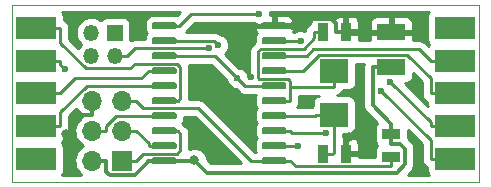
<source format=gtl>
G04 #@! TF.GenerationSoftware,KiCad,Pcbnew,(5.1.0-1348-g4ca769472)*
G04 #@! TF.CreationDate,2019-07-24T13:26:58+02:00*
G04 #@! TF.ProjectId,USB Joystick Adapter 'SINCHAI' (SMD Version),55534220-4a6f-4797-9374-69636b204164,1.0*
G04 #@! TF.SameCoordinates,Original*
G04 #@! TF.FileFunction,Copper,L1,Top*
G04 #@! TF.FilePolarity,Positive*
%FSLAX46Y46*%
G04 Gerber Fmt 4.6, Leading zero omitted, Abs format (unit mm)*
G04 Created by KiCad (PCBNEW (5.1.0-1348-g4ca769472)) date 2019-07-24 13:26:58*
%MOMM*%
%LPD*%
G04 APERTURE LIST*
%ADD10C,0.090000*%
%ADD11C,0.100000*%
%ADD12C,0.600000*%
%ADD13R,3.480000X1.846667*%
%ADD14R,0.970000X1.500000*%
%ADD15R,1.500000X0.970000*%
%ADD16R,2.400000X1.460000*%
%ADD17R,1.350000X1.350000*%
%ADD18O,1.350000X1.350000*%
%ADD19R,2.400000X2.000000*%
%ADD20R,1.700000X1.700000*%
%ADD21O,1.700000X1.700000*%
%ADD22C,0.800000*%
%ADD23C,0.250000*%
%ADD24C,0.350000*%
%ADD25C,0.254000*%
G04 APERTURE END LIST*
D10*
X152200000Y-109800000D02*
X112700000Y-109800000D01*
X152200000Y-94800000D02*
X152200000Y-109800000D01*
X112700000Y-94800000D02*
X152200000Y-94800000D01*
X112700000Y-94800000D02*
X112700000Y-109800000D01*
D11*
G36*
X126520403Y-107724418D02*
G01*
X126569066Y-107756934D01*
X126601582Y-107805597D01*
X126613000Y-107863000D01*
X126613000Y-108163000D01*
X126601582Y-108220403D01*
X126569066Y-108269066D01*
X126520403Y-108301582D01*
X126463000Y-108313000D01*
X124713000Y-108313000D01*
X124655597Y-108301582D01*
X124606934Y-108269066D01*
X124574418Y-108220403D01*
X124563000Y-108163000D01*
X124563000Y-107863000D01*
X124574418Y-107805597D01*
X124606934Y-107756934D01*
X124655597Y-107724418D01*
X124713000Y-107713000D01*
X126463000Y-107713000D01*
X126520403Y-107724418D01*
X126520403Y-107724418D01*
G37*
D12*
X125588000Y-108013000D03*
D11*
G36*
X126520403Y-106454418D02*
G01*
X126569066Y-106486934D01*
X126601582Y-106535597D01*
X126613000Y-106593000D01*
X126613000Y-106893000D01*
X126601582Y-106950403D01*
X126569066Y-106999066D01*
X126520403Y-107031582D01*
X126463000Y-107043000D01*
X124713000Y-107043000D01*
X124655597Y-107031582D01*
X124606934Y-106999066D01*
X124574418Y-106950403D01*
X124563000Y-106893000D01*
X124563000Y-106593000D01*
X124574418Y-106535597D01*
X124606934Y-106486934D01*
X124655597Y-106454418D01*
X124713000Y-106443000D01*
X126463000Y-106443000D01*
X126520403Y-106454418D01*
X126520403Y-106454418D01*
G37*
D12*
X125588000Y-106743000D03*
D11*
G36*
X126520403Y-105184418D02*
G01*
X126569066Y-105216934D01*
X126601582Y-105265597D01*
X126613000Y-105323000D01*
X126613000Y-105623000D01*
X126601582Y-105680403D01*
X126569066Y-105729066D01*
X126520403Y-105761582D01*
X126463000Y-105773000D01*
X124713000Y-105773000D01*
X124655597Y-105761582D01*
X124606934Y-105729066D01*
X124574418Y-105680403D01*
X124563000Y-105623000D01*
X124563000Y-105323000D01*
X124574418Y-105265597D01*
X124606934Y-105216934D01*
X124655597Y-105184418D01*
X124713000Y-105173000D01*
X126463000Y-105173000D01*
X126520403Y-105184418D01*
X126520403Y-105184418D01*
G37*
D12*
X125588000Y-105473000D03*
D11*
G36*
X126520403Y-103914418D02*
G01*
X126569066Y-103946934D01*
X126601582Y-103995597D01*
X126613000Y-104053000D01*
X126613000Y-104353000D01*
X126601582Y-104410403D01*
X126569066Y-104459066D01*
X126520403Y-104491582D01*
X126463000Y-104503000D01*
X124713000Y-104503000D01*
X124655597Y-104491582D01*
X124606934Y-104459066D01*
X124574418Y-104410403D01*
X124563000Y-104353000D01*
X124563000Y-104053000D01*
X124574418Y-103995597D01*
X124606934Y-103946934D01*
X124655597Y-103914418D01*
X124713000Y-103903000D01*
X126463000Y-103903000D01*
X126520403Y-103914418D01*
X126520403Y-103914418D01*
G37*
D12*
X125588000Y-104203000D03*
D11*
G36*
X126520403Y-102644418D02*
G01*
X126569066Y-102676934D01*
X126601582Y-102725597D01*
X126613000Y-102783000D01*
X126613000Y-103083000D01*
X126601582Y-103140403D01*
X126569066Y-103189066D01*
X126520403Y-103221582D01*
X126463000Y-103233000D01*
X124713000Y-103233000D01*
X124655597Y-103221582D01*
X124606934Y-103189066D01*
X124574418Y-103140403D01*
X124563000Y-103083000D01*
X124563000Y-102783000D01*
X124574418Y-102725597D01*
X124606934Y-102676934D01*
X124655597Y-102644418D01*
X124713000Y-102633000D01*
X126463000Y-102633000D01*
X126520403Y-102644418D01*
X126520403Y-102644418D01*
G37*
D12*
X125588000Y-102933000D03*
D11*
G36*
X126520403Y-101374418D02*
G01*
X126569066Y-101406934D01*
X126601582Y-101455597D01*
X126613000Y-101513000D01*
X126613000Y-101813000D01*
X126601582Y-101870403D01*
X126569066Y-101919066D01*
X126520403Y-101951582D01*
X126463000Y-101963000D01*
X124713000Y-101963000D01*
X124655597Y-101951582D01*
X124606934Y-101919066D01*
X124574418Y-101870403D01*
X124563000Y-101813000D01*
X124563000Y-101513000D01*
X124574418Y-101455597D01*
X124606934Y-101406934D01*
X124655597Y-101374418D01*
X124713000Y-101363000D01*
X126463000Y-101363000D01*
X126520403Y-101374418D01*
X126520403Y-101374418D01*
G37*
D12*
X125588000Y-101663000D03*
D11*
G36*
X126520403Y-100104418D02*
G01*
X126569066Y-100136934D01*
X126601582Y-100185597D01*
X126613000Y-100243000D01*
X126613000Y-100543000D01*
X126601582Y-100600403D01*
X126569066Y-100649066D01*
X126520403Y-100681582D01*
X126463000Y-100693000D01*
X124713000Y-100693000D01*
X124655597Y-100681582D01*
X124606934Y-100649066D01*
X124574418Y-100600403D01*
X124563000Y-100543000D01*
X124563000Y-100243000D01*
X124574418Y-100185597D01*
X124606934Y-100136934D01*
X124655597Y-100104418D01*
X124713000Y-100093000D01*
X126463000Y-100093000D01*
X126520403Y-100104418D01*
X126520403Y-100104418D01*
G37*
D12*
X125588000Y-100393000D03*
D11*
G36*
X126520403Y-98834418D02*
G01*
X126569066Y-98866934D01*
X126601582Y-98915597D01*
X126613000Y-98973000D01*
X126613000Y-99273000D01*
X126601582Y-99330403D01*
X126569066Y-99379066D01*
X126520403Y-99411582D01*
X126463000Y-99423000D01*
X124713000Y-99423000D01*
X124655597Y-99411582D01*
X124606934Y-99379066D01*
X124574418Y-99330403D01*
X124563000Y-99273000D01*
X124563000Y-98973000D01*
X124574418Y-98915597D01*
X124606934Y-98866934D01*
X124655597Y-98834418D01*
X124713000Y-98823000D01*
X126463000Y-98823000D01*
X126520403Y-98834418D01*
X126520403Y-98834418D01*
G37*
D12*
X125588000Y-99123000D03*
D11*
G36*
X126520403Y-97564418D02*
G01*
X126569066Y-97596934D01*
X126601582Y-97645597D01*
X126613000Y-97703000D01*
X126613000Y-98003000D01*
X126601582Y-98060403D01*
X126569066Y-98109066D01*
X126520403Y-98141582D01*
X126463000Y-98153000D01*
X124713000Y-98153000D01*
X124655597Y-98141582D01*
X124606934Y-98109066D01*
X124574418Y-98060403D01*
X124563000Y-98003000D01*
X124563000Y-97703000D01*
X124574418Y-97645597D01*
X124606934Y-97596934D01*
X124655597Y-97564418D01*
X124713000Y-97553000D01*
X126463000Y-97553000D01*
X126520403Y-97564418D01*
X126520403Y-97564418D01*
G37*
D12*
X125588000Y-97853000D03*
D11*
G36*
X126520403Y-96294418D02*
G01*
X126569066Y-96326934D01*
X126601582Y-96375597D01*
X126613000Y-96433000D01*
X126613000Y-96733000D01*
X126601582Y-96790403D01*
X126569066Y-96839066D01*
X126520403Y-96871582D01*
X126463000Y-96883000D01*
X124713000Y-96883000D01*
X124655597Y-96871582D01*
X124606934Y-96839066D01*
X124574418Y-96790403D01*
X124563000Y-96733000D01*
X124563000Y-96433000D01*
X124574418Y-96375597D01*
X124606934Y-96326934D01*
X124655597Y-96294418D01*
X124713000Y-96283000D01*
X126463000Y-96283000D01*
X126520403Y-96294418D01*
X126520403Y-96294418D01*
G37*
D12*
X125588000Y-96583000D03*
D11*
G36*
X135820403Y-96294418D02*
G01*
X135869066Y-96326934D01*
X135901582Y-96375597D01*
X135913000Y-96433000D01*
X135913000Y-96733000D01*
X135901582Y-96790403D01*
X135869066Y-96839066D01*
X135820403Y-96871582D01*
X135763000Y-96883000D01*
X134013000Y-96883000D01*
X133955597Y-96871582D01*
X133906934Y-96839066D01*
X133874418Y-96790403D01*
X133863000Y-96733000D01*
X133863000Y-96433000D01*
X133874418Y-96375597D01*
X133906934Y-96326934D01*
X133955597Y-96294418D01*
X134013000Y-96283000D01*
X135763000Y-96283000D01*
X135820403Y-96294418D01*
X135820403Y-96294418D01*
G37*
D12*
X134888000Y-96583000D03*
D11*
G36*
X135820403Y-97564418D02*
G01*
X135869066Y-97596934D01*
X135901582Y-97645597D01*
X135913000Y-97703000D01*
X135913000Y-98003000D01*
X135901582Y-98060403D01*
X135869066Y-98109066D01*
X135820403Y-98141582D01*
X135763000Y-98153000D01*
X134013000Y-98153000D01*
X133955597Y-98141582D01*
X133906934Y-98109066D01*
X133874418Y-98060403D01*
X133863000Y-98003000D01*
X133863000Y-97703000D01*
X133874418Y-97645597D01*
X133906934Y-97596934D01*
X133955597Y-97564418D01*
X134013000Y-97553000D01*
X135763000Y-97553000D01*
X135820403Y-97564418D01*
X135820403Y-97564418D01*
G37*
D12*
X134888000Y-97853000D03*
D11*
G36*
X135820403Y-98834418D02*
G01*
X135869066Y-98866934D01*
X135901582Y-98915597D01*
X135913000Y-98973000D01*
X135913000Y-99273000D01*
X135901582Y-99330403D01*
X135869066Y-99379066D01*
X135820403Y-99411582D01*
X135763000Y-99423000D01*
X134013000Y-99423000D01*
X133955597Y-99411582D01*
X133906934Y-99379066D01*
X133874418Y-99330403D01*
X133863000Y-99273000D01*
X133863000Y-98973000D01*
X133874418Y-98915597D01*
X133906934Y-98866934D01*
X133955597Y-98834418D01*
X134013000Y-98823000D01*
X135763000Y-98823000D01*
X135820403Y-98834418D01*
X135820403Y-98834418D01*
G37*
D12*
X134888000Y-99123000D03*
D11*
G36*
X135820403Y-100104418D02*
G01*
X135869066Y-100136934D01*
X135901582Y-100185597D01*
X135913000Y-100243000D01*
X135913000Y-100543000D01*
X135901582Y-100600403D01*
X135869066Y-100649066D01*
X135820403Y-100681582D01*
X135763000Y-100693000D01*
X134013000Y-100693000D01*
X133955597Y-100681582D01*
X133906934Y-100649066D01*
X133874418Y-100600403D01*
X133863000Y-100543000D01*
X133863000Y-100243000D01*
X133874418Y-100185597D01*
X133906934Y-100136934D01*
X133955597Y-100104418D01*
X134013000Y-100093000D01*
X135763000Y-100093000D01*
X135820403Y-100104418D01*
X135820403Y-100104418D01*
G37*
D12*
X134888000Y-100393000D03*
D11*
G36*
X135820403Y-101374418D02*
G01*
X135869066Y-101406934D01*
X135901582Y-101455597D01*
X135913000Y-101513000D01*
X135913000Y-101813000D01*
X135901582Y-101870403D01*
X135869066Y-101919066D01*
X135820403Y-101951582D01*
X135763000Y-101963000D01*
X134013000Y-101963000D01*
X133955597Y-101951582D01*
X133906934Y-101919066D01*
X133874418Y-101870403D01*
X133863000Y-101813000D01*
X133863000Y-101513000D01*
X133874418Y-101455597D01*
X133906934Y-101406934D01*
X133955597Y-101374418D01*
X134013000Y-101363000D01*
X135763000Y-101363000D01*
X135820403Y-101374418D01*
X135820403Y-101374418D01*
G37*
D12*
X134888000Y-101663000D03*
D11*
G36*
X135820403Y-102644418D02*
G01*
X135869066Y-102676934D01*
X135901582Y-102725597D01*
X135913000Y-102783000D01*
X135913000Y-103083000D01*
X135901582Y-103140403D01*
X135869066Y-103189066D01*
X135820403Y-103221582D01*
X135763000Y-103233000D01*
X134013000Y-103233000D01*
X133955597Y-103221582D01*
X133906934Y-103189066D01*
X133874418Y-103140403D01*
X133863000Y-103083000D01*
X133863000Y-102783000D01*
X133874418Y-102725597D01*
X133906934Y-102676934D01*
X133955597Y-102644418D01*
X134013000Y-102633000D01*
X135763000Y-102633000D01*
X135820403Y-102644418D01*
X135820403Y-102644418D01*
G37*
D12*
X134888000Y-102933000D03*
D11*
G36*
X135820403Y-103914418D02*
G01*
X135869066Y-103946934D01*
X135901582Y-103995597D01*
X135913000Y-104053000D01*
X135913000Y-104353000D01*
X135901582Y-104410403D01*
X135869066Y-104459066D01*
X135820403Y-104491582D01*
X135763000Y-104503000D01*
X134013000Y-104503000D01*
X133955597Y-104491582D01*
X133906934Y-104459066D01*
X133874418Y-104410403D01*
X133863000Y-104353000D01*
X133863000Y-104053000D01*
X133874418Y-103995597D01*
X133906934Y-103946934D01*
X133955597Y-103914418D01*
X134013000Y-103903000D01*
X135763000Y-103903000D01*
X135820403Y-103914418D01*
X135820403Y-103914418D01*
G37*
D12*
X134888000Y-104203000D03*
D11*
G36*
X135820403Y-105184418D02*
G01*
X135869066Y-105216934D01*
X135901582Y-105265597D01*
X135913000Y-105323000D01*
X135913000Y-105623000D01*
X135901582Y-105680403D01*
X135869066Y-105729066D01*
X135820403Y-105761582D01*
X135763000Y-105773000D01*
X134013000Y-105773000D01*
X133955597Y-105761582D01*
X133906934Y-105729066D01*
X133874418Y-105680403D01*
X133863000Y-105623000D01*
X133863000Y-105323000D01*
X133874418Y-105265597D01*
X133906934Y-105216934D01*
X133955597Y-105184418D01*
X134013000Y-105173000D01*
X135763000Y-105173000D01*
X135820403Y-105184418D01*
X135820403Y-105184418D01*
G37*
D12*
X134888000Y-105473000D03*
D11*
G36*
X135820403Y-106454418D02*
G01*
X135869066Y-106486934D01*
X135901582Y-106535597D01*
X135913000Y-106593000D01*
X135913000Y-106893000D01*
X135901582Y-106950403D01*
X135869066Y-106999066D01*
X135820403Y-107031582D01*
X135763000Y-107043000D01*
X134013000Y-107043000D01*
X133955597Y-107031582D01*
X133906934Y-106999066D01*
X133874418Y-106950403D01*
X133863000Y-106893000D01*
X133863000Y-106593000D01*
X133874418Y-106535597D01*
X133906934Y-106486934D01*
X133955597Y-106454418D01*
X134013000Y-106443000D01*
X135763000Y-106443000D01*
X135820403Y-106454418D01*
X135820403Y-106454418D01*
G37*
D12*
X134888000Y-106743000D03*
D11*
G36*
X135820403Y-107724418D02*
G01*
X135869066Y-107756934D01*
X135901582Y-107805597D01*
X135913000Y-107863000D01*
X135913000Y-108163000D01*
X135901582Y-108220403D01*
X135869066Y-108269066D01*
X135820403Y-108301582D01*
X135763000Y-108313000D01*
X134013000Y-108313000D01*
X133955597Y-108301582D01*
X133906934Y-108269066D01*
X133874418Y-108220403D01*
X133863000Y-108163000D01*
X133863000Y-107863000D01*
X133874418Y-107805597D01*
X133906934Y-107756934D01*
X133955597Y-107724418D01*
X134013000Y-107713000D01*
X135763000Y-107713000D01*
X135820403Y-107724418D01*
X135820403Y-107724418D01*
G37*
D12*
X134888000Y-108013000D03*
D13*
X150200000Y-96760000D03*
X150200000Y-99530000D03*
X150200000Y-102300000D03*
X150200000Y-105070000D03*
X150200000Y-107840000D03*
X114700000Y-107840000D03*
X114700000Y-105070000D03*
X114700000Y-102300000D03*
X114700000Y-99530000D03*
X114700000Y-96760000D03*
D14*
X140955000Y-107400000D03*
X139045000Y-107400000D03*
X140955000Y-97100000D03*
X139045000Y-97100000D03*
D15*
X144800000Y-105745000D03*
X144800000Y-107655000D03*
D16*
X144800000Y-100080000D03*
X144800000Y-97120000D03*
D17*
X121396000Y-97150800D03*
D18*
X121396000Y-99150800D03*
X119396000Y-97150800D03*
X119396000Y-99150800D03*
D19*
X139978000Y-104096000D03*
X139978000Y-100396000D03*
D20*
X121996000Y-108001000D03*
D21*
X119456000Y-108001000D03*
X121996000Y-105461000D03*
X119456000Y-105461000D03*
X121996000Y-102921000D03*
X119456000Y-102921000D03*
D12*
X129330700Y-98488000D03*
X130141000Y-98207800D03*
X131763500Y-101028800D03*
X136875900Y-106729900D03*
X139308000Y-105649100D03*
X143917600Y-102056000D03*
X137122800Y-97859700D03*
X144699300Y-101310900D03*
X133606800Y-95546500D03*
X117160400Y-100253200D03*
X117300000Y-109000000D03*
X132900000Y-100900000D03*
X133200000Y-103400000D03*
X131500000Y-108100000D03*
X127500000Y-104600000D03*
X142500000Y-97100000D03*
X117600000Y-96100000D03*
X128100000Y-101000000D03*
X137600000Y-103100000D03*
X147100000Y-108600000D03*
X147299700Y-101700000D03*
D22*
X141174500Y-106012500D03*
X117210800Y-105726900D03*
X136544700Y-96593900D03*
X128132100Y-107935900D03*
D23*
X121396000Y-99150800D02*
X122396300Y-99150800D01*
X123059100Y-98488000D02*
X122396300Y-99150800D01*
X129330700Y-98488000D02*
X123059100Y-98488000D01*
X129786200Y-97853000D02*
X130141000Y-98207800D01*
X125538000Y-97853000D02*
X129786200Y-97853000D01*
X129857700Y-99123000D02*
X131763500Y-101028800D01*
X125538000Y-99123000D02*
X129857700Y-99123000D01*
X132397700Y-101663000D02*
X131763500Y-101028800D01*
X134938000Y-101663000D02*
X132397700Y-101663000D01*
X136251400Y-106729900D02*
X136238300Y-106743000D01*
X136875900Y-106729900D02*
X136251400Y-106729900D01*
X134938000Y-106743000D02*
X136238300Y-106743000D01*
X136414400Y-105649100D02*
X136238300Y-105473000D01*
X139308000Y-105649100D02*
X136414400Y-105649100D01*
X134938000Y-105473000D02*
X136238300Y-105473000D01*
X136245000Y-97859700D02*
X136238300Y-97853000D01*
X137122800Y-97859700D02*
X136245000Y-97859700D01*
X134938000Y-97853000D02*
X136238300Y-97853000D01*
X150200000Y-107840000D02*
X148134700Y-107840000D01*
X148134700Y-106273100D02*
X143917600Y-102056000D01*
X148134700Y-107840000D02*
X148134700Y-106273100D01*
X148134700Y-104746300D02*
X144699300Y-101310900D01*
X148134700Y-105070000D02*
X148134700Y-104746300D01*
X127874800Y-95546500D02*
X126838300Y-96583000D01*
X133606800Y-95546500D02*
X127874800Y-95546500D01*
X125538000Y-96583000D02*
X126838300Y-96583000D01*
X150200000Y-105070000D02*
X148134700Y-105070000D01*
X137314600Y-100393000D02*
X134938000Y-100393000D01*
X138683000Y-99024600D02*
X137314600Y-100393000D01*
X146140800Y-99024600D02*
X138683000Y-99024600D01*
X148134700Y-101018500D02*
X146140800Y-99024600D01*
X148134700Y-102300000D02*
X148134700Y-101018500D01*
X150200000Y-102300000D02*
X148134700Y-102300000D01*
X150200000Y-99530000D02*
X148134700Y-99530000D01*
X134938000Y-99123000D02*
X136238300Y-99123000D01*
X147158200Y-98553500D02*
X148134700Y-99530000D01*
X138185700Y-98553500D02*
X147158200Y-98553500D01*
X137616200Y-99123000D02*
X138185700Y-98553500D01*
X136238300Y-99123000D02*
X137616200Y-99123000D01*
X119001700Y-101663000D02*
X125538000Y-101663000D01*
X116765300Y-103899400D02*
X119001700Y-101663000D01*
X116765300Y-105070000D02*
X116765300Y-103899400D01*
X114700000Y-105070000D02*
X116765300Y-105070000D01*
X123612400Y-101018300D02*
X124237700Y-100393000D01*
X118047000Y-101018300D02*
X123612400Y-101018300D01*
X116765300Y-102300000D02*
X118047000Y-101018300D01*
X114700000Y-102300000D02*
X116765300Y-102300000D01*
X125538000Y-100393000D02*
X124237700Y-100393000D01*
X114700000Y-96760000D02*
X116765300Y-96760000D01*
X126713000Y-102933000D02*
X125588000Y-102933000D01*
X122656200Y-100167900D02*
X123056500Y-99767600D01*
X116765300Y-98008600D02*
X118924600Y-100167900D01*
X123056500Y-99767600D02*
X126659368Y-99767600D01*
X118924600Y-100167900D02*
X122656200Y-100167900D01*
X116765300Y-96760000D02*
X116765300Y-98008600D01*
X126659368Y-99767600D02*
X126938010Y-100046242D01*
X126938010Y-100046242D02*
X126938010Y-102707990D01*
X126938010Y-102707990D02*
X126713000Y-102933000D01*
X121996000Y-102921000D02*
X123171300Y-102921000D01*
X132922600Y-108013000D02*
X134938000Y-108013000D01*
X128468000Y-103558400D02*
X132922600Y-108013000D01*
X123808700Y-103558400D02*
X128468000Y-103558400D01*
X123171300Y-102921000D02*
X123808700Y-103558400D01*
X144789900Y-108475400D02*
X144800000Y-108465300D01*
X136700700Y-108475400D02*
X144789900Y-108475400D01*
X136238300Y-108013000D02*
X136700700Y-108475400D01*
X134938000Y-108013000D02*
X136238300Y-108013000D01*
X144800000Y-107655000D02*
X144800000Y-108465300D01*
X121522000Y-104203000D02*
X125538000Y-104203000D01*
X120631300Y-105093700D02*
X121522000Y-104203000D01*
X120631300Y-105461000D02*
X120631300Y-105093700D01*
X119456000Y-105461000D02*
X120631300Y-105461000D01*
X116765300Y-99858100D02*
X116765300Y-99530000D01*
X117160400Y-100253200D02*
X116765300Y-99858100D01*
X114700000Y-99530000D02*
X116765300Y-99530000D01*
X124237700Y-106527400D02*
X124237700Y-106743000D01*
X123171300Y-105461000D02*
X124237700Y-106527400D01*
X121996000Y-105461000D02*
X123171300Y-105461000D01*
X125538000Y-106743000D02*
X124237700Y-106743000D01*
X121996000Y-108001000D02*
X123171300Y-108001000D01*
X126640168Y-107387600D02*
X126938010Y-107089758D01*
X126938010Y-107089758D02*
X126938010Y-105698010D01*
X123784700Y-107387600D02*
X126640168Y-107387600D01*
X123171300Y-108001000D02*
X123784700Y-107387600D01*
X126938010Y-105698010D02*
X126713000Y-105473000D01*
X126713000Y-105473000D02*
X125588000Y-105473000D01*
X136238800Y-101721300D02*
X136238800Y-101228700D01*
X136047700Y-101037600D02*
X133602940Y-101037600D01*
X133537990Y-100972650D02*
X133537990Y-98723510D01*
X136238800Y-101228700D02*
X136047700Y-101037600D01*
X133537990Y-98723510D02*
X133763800Y-98497700D01*
X133602940Y-101037600D02*
X133537990Y-100972650D01*
X133763800Y-98497700D02*
X137375200Y-98497700D01*
X137375200Y-98497700D02*
X138234700Y-97638200D01*
X138234700Y-97638200D02*
X138234700Y-97100000D01*
X138234700Y-97100000D02*
X139045000Y-97100000D01*
X139978000Y-100396000D02*
X139978000Y-101721300D01*
X139978000Y-101721300D02*
X136238800Y-101721300D01*
X136238300Y-101721800D02*
X136238800Y-101721300D01*
X136238300Y-102933000D02*
X136238300Y-101721800D01*
X134938000Y-102933000D02*
X136238300Y-102933000D01*
X134938000Y-104203000D02*
X136238300Y-104203000D01*
X139045000Y-107400000D02*
X139855300Y-107400000D01*
X139978000Y-107277300D02*
X139855300Y-107400000D01*
X139978000Y-104096000D02*
X139978000Y-107277300D01*
X138345700Y-104203000D02*
X138452700Y-104096000D01*
X136238300Y-104203000D02*
X138345700Y-104203000D01*
X139978000Y-104096000D02*
X138452700Y-104096000D01*
D24*
X142500000Y-97100000D02*
X143204700Y-97100000D01*
X140955000Y-107400000D02*
X140955000Y-106274700D01*
X144800000Y-97120000D02*
X143224700Y-97120000D01*
X118791400Y-104146300D02*
X117210800Y-105726900D01*
X119456000Y-104146300D02*
X118791400Y-104146300D01*
X119456000Y-102921000D02*
X119456000Y-104146300D01*
X140955000Y-106232000D02*
X141174500Y-106012500D01*
X140955000Y-106274700D02*
X140955000Y-106232000D01*
X134938000Y-96583000D02*
X136288300Y-96583000D01*
X136533800Y-96583000D02*
X136544700Y-96593900D01*
X136288300Y-96583000D02*
X136533800Y-96583000D01*
X143204700Y-97100000D02*
X143224700Y-97120000D01*
X140955000Y-97100000D02*
X142500000Y-97100000D01*
X137164000Y-95974600D02*
X136544700Y-96593900D01*
X139722100Y-95974600D02*
X137164000Y-95974600D01*
X140094700Y-96347200D02*
X139722100Y-95974600D01*
X140094700Y-97100000D02*
X140094700Y-96347200D01*
X140955000Y-97100000D02*
X140094700Y-97100000D01*
X143224700Y-103309400D02*
X143224700Y-100080000D01*
X144800000Y-104884700D02*
X143224700Y-103309400D01*
X144800000Y-105745000D02*
X144800000Y-104884700D01*
X144800000Y-100080000D02*
X143224700Y-100080000D01*
X144800000Y-105745000D02*
X144800000Y-106605300D01*
X125538000Y-108013000D02*
X126608900Y-108013000D01*
X128055000Y-108013000D02*
X128132100Y-107935900D01*
X126608900Y-108013000D02*
X128055000Y-108013000D01*
X145552800Y-106605300D02*
X144800000Y-106605300D01*
X145925400Y-106977900D02*
X145552800Y-106605300D01*
X145925400Y-108314200D02*
X145925400Y-106977900D01*
X145239100Y-109000500D02*
X145925400Y-108314200D01*
X129196700Y-109000500D02*
X145239100Y-109000500D01*
X128132100Y-107935900D02*
X129196700Y-109000500D01*
X124187700Y-108097400D02*
X124187700Y-108013000D01*
X123058700Y-109226400D02*
X124187700Y-108097400D01*
X120987700Y-109226400D02*
X123058700Y-109226400D01*
X120681300Y-108920000D02*
X120987700Y-109226400D01*
X120681300Y-108001000D02*
X120681300Y-108920000D01*
X119456000Y-108001000D02*
X120681300Y-108001000D01*
X125538000Y-108013000D02*
X124187700Y-108013000D01*
D25*
G36*
X147375701Y-106587488D02*
G01*
X147375700Y-107780266D01*
X147366239Y-107840000D01*
X147403850Y-108077467D01*
X147513002Y-108291690D01*
X147683010Y-108461698D01*
X147818163Y-108530562D01*
X147818163Y-108779921D01*
X147898795Y-109080845D01*
X147970248Y-109166000D01*
X146217698Y-109166000D01*
X146463489Y-108920210D01*
X146521791Y-108874248D01*
X146583732Y-108784627D01*
X146648436Y-108697026D01*
X146652732Y-108684793D01*
X146662998Y-108669940D01*
X146672805Y-108627634D01*
X146729038Y-108467502D01*
X146732940Y-108368187D01*
X146734400Y-108361889D01*
X146734400Y-108331036D01*
X146738589Y-108224424D01*
X146734400Y-108208625D01*
X146734400Y-107025931D01*
X146743126Y-106952200D01*
X146723558Y-106845057D01*
X146707363Y-106737334D01*
X146701750Y-106725646D01*
X146698507Y-106707886D01*
X146675530Y-106671043D01*
X146602059Y-106518043D01*
X146534585Y-106445049D01*
X146531165Y-106439567D01*
X146509389Y-106417792D01*
X146436930Y-106339407D01*
X146422792Y-106331195D01*
X146191837Y-106100240D01*
X146191837Y-105403623D01*
X147375701Y-106587488D01*
X147375701Y-106587488D01*
G37*
X147375701Y-106587488D02*
X147375700Y-107780266D01*
X147366239Y-107840000D01*
X147403850Y-108077467D01*
X147513002Y-108291690D01*
X147683010Y-108461698D01*
X147818163Y-108530562D01*
X147818163Y-108779921D01*
X147898795Y-109080845D01*
X147970248Y-109166000D01*
X146217698Y-109166000D01*
X146463489Y-108920210D01*
X146521791Y-108874248D01*
X146583732Y-108784627D01*
X146648436Y-108697026D01*
X146652732Y-108684793D01*
X146662998Y-108669940D01*
X146672805Y-108627634D01*
X146729038Y-108467502D01*
X146732940Y-108368187D01*
X146734400Y-108361889D01*
X146734400Y-108331036D01*
X146738589Y-108224424D01*
X146734400Y-108208625D01*
X146734400Y-107025931D01*
X146743126Y-106952200D01*
X146723558Y-106845057D01*
X146707363Y-106737334D01*
X146701750Y-106725646D01*
X146698507Y-106707886D01*
X146675530Y-106671043D01*
X146602059Y-106518043D01*
X146534585Y-106445049D01*
X146531165Y-106439567D01*
X146509389Y-106417792D01*
X146436930Y-106339407D01*
X146422792Y-106331195D01*
X146191837Y-106100240D01*
X146191837Y-105403623D01*
X147375701Y-106587488D01*
G36*
X118252610Y-103798526D02*
G01*
X118417669Y-103988739D01*
X118612416Y-104148422D01*
X118686061Y-104190343D01*
X118522760Y-104300284D01*
X118340534Y-104474119D01*
X118190203Y-104676172D01*
X118076064Y-104900666D01*
X118001382Y-105141181D01*
X117968292Y-105390841D01*
X117977740Y-105642508D01*
X118029456Y-105888983D01*
X118121961Y-106123222D01*
X118252610Y-106338526D01*
X118417669Y-106528739D01*
X118612416Y-106688422D01*
X118686061Y-106730343D01*
X118522760Y-106840284D01*
X118340534Y-107014119D01*
X118190203Y-107216172D01*
X118076064Y-107440666D01*
X118001382Y-107681181D01*
X117968292Y-107930841D01*
X117977740Y-108182508D01*
X118029456Y-108428983D01*
X118121961Y-108663222D01*
X118252610Y-108878526D01*
X118417669Y-109068739D01*
X118536287Y-109166000D01*
X116939601Y-109166000D01*
X117044956Y-108983519D01*
X117081837Y-108774357D01*
X117081837Y-106900079D01*
X117001205Y-106599156D01*
X116878547Y-106452978D01*
X116933165Y-106407148D01*
X117044956Y-106213519D01*
X117081837Y-106004357D01*
X117081837Y-105760562D01*
X117216990Y-105691698D01*
X117386998Y-105521690D01*
X117496150Y-105307467D01*
X117533761Y-105070000D01*
X117524300Y-105010266D01*
X117524300Y-104213786D01*
X118134387Y-103603699D01*
X118252610Y-103798526D01*
X118252610Y-103798526D01*
G37*
X118252610Y-103798526D02*
X118417669Y-103988739D01*
X118612416Y-104148422D01*
X118686061Y-104190343D01*
X118522760Y-104300284D01*
X118340534Y-104474119D01*
X118190203Y-104676172D01*
X118076064Y-104900666D01*
X118001382Y-105141181D01*
X117968292Y-105390841D01*
X117977740Y-105642508D01*
X118029456Y-105888983D01*
X118121961Y-106123222D01*
X118252610Y-106338526D01*
X118417669Y-106528739D01*
X118612416Y-106688422D01*
X118686061Y-106730343D01*
X118522760Y-106840284D01*
X118340534Y-107014119D01*
X118190203Y-107216172D01*
X118076064Y-107440666D01*
X118001382Y-107681181D01*
X117968292Y-107930841D01*
X117977740Y-108182508D01*
X118029456Y-108428983D01*
X118121961Y-108663222D01*
X118252610Y-108878526D01*
X118417669Y-109068739D01*
X118536287Y-109166000D01*
X116939601Y-109166000D01*
X117044956Y-108983519D01*
X117081837Y-108774357D01*
X117081837Y-106900079D01*
X117001205Y-106599156D01*
X116878547Y-106452978D01*
X116933165Y-106407148D01*
X117044956Y-106213519D01*
X117081837Y-106004357D01*
X117081837Y-105760562D01*
X117216990Y-105691698D01*
X117386998Y-105521690D01*
X117496150Y-105307467D01*
X117533761Y-105070000D01*
X117524300Y-105010266D01*
X117524300Y-104213786D01*
X118134387Y-103603699D01*
X118252610Y-103798526D01*
G36*
X132027712Y-108191500D02*
G01*
X129531799Y-108191500D01*
X129166100Y-107825802D01*
X129166100Y-107799772D01*
X129095634Y-107536791D01*
X128959506Y-107301009D01*
X128766991Y-107108494D01*
X128531209Y-106972366D01*
X128268228Y-106901900D01*
X127995972Y-106901900D01*
X127732991Y-106972366D01*
X127697010Y-106993140D01*
X127697010Y-105637766D01*
X127697009Y-105637760D01*
X127697009Y-105577796D01*
X127678322Y-105520284D01*
X127668860Y-105460542D01*
X127641400Y-105406651D01*
X127622714Y-105349137D01*
X127587166Y-105300209D01*
X127559707Y-105246320D01*
X127389353Y-105075965D01*
X127389349Y-105075963D01*
X127335047Y-105021661D01*
X127335045Y-105021657D01*
X127164690Y-104851303D01*
X127110800Y-104823844D01*
X127099783Y-104815839D01*
X127116394Y-104797937D01*
X127218937Y-104585005D01*
X127252738Y-104360748D01*
X127252738Y-104317400D01*
X128153614Y-104317400D01*
X132027712Y-108191500D01*
X132027712Y-108191500D01*
G37*
X132027712Y-108191500D02*
X129531799Y-108191500D01*
X129166100Y-107825802D01*
X129166100Y-107799772D01*
X129095634Y-107536791D01*
X128959506Y-107301009D01*
X128766991Y-107108494D01*
X128531209Y-106972366D01*
X128268228Y-106901900D01*
X127995972Y-106901900D01*
X127732991Y-106972366D01*
X127697010Y-106993140D01*
X127697010Y-105637766D01*
X127697009Y-105637760D01*
X127697009Y-105577796D01*
X127678322Y-105520284D01*
X127668860Y-105460542D01*
X127641400Y-105406651D01*
X127622714Y-105349137D01*
X127587166Y-105300209D01*
X127559707Y-105246320D01*
X127389353Y-105075965D01*
X127389349Y-105075963D01*
X127335047Y-105021661D01*
X127335045Y-105021657D01*
X127164690Y-104851303D01*
X127110800Y-104823844D01*
X127099783Y-104815839D01*
X127116394Y-104797937D01*
X127218937Y-104585005D01*
X127252738Y-104360748D01*
X127252738Y-104317400D01*
X128153614Y-104317400D01*
X132027712Y-108191500D01*
G36*
X142409092Y-100015810D02*
G01*
X142415701Y-100109148D01*
X142415700Y-103261368D01*
X142406974Y-103335099D01*
X142426542Y-103442242D01*
X142442737Y-103549965D01*
X142448350Y-103561652D01*
X142451593Y-103579415D01*
X142474573Y-103616260D01*
X142548040Y-103769256D01*
X142615512Y-103842247D01*
X142618933Y-103847731D01*
X142640716Y-103869513D01*
X142713170Y-103947893D01*
X142727306Y-103956104D01*
X143589759Y-104818558D01*
X143556835Y-104846185D01*
X143445044Y-105039814D01*
X143408163Y-105248976D01*
X143408163Y-106246588D01*
X143488795Y-106547512D01*
X143619659Y-106703470D01*
X143556835Y-106756185D01*
X143445044Y-106949814D01*
X143408163Y-107158976D01*
X143408163Y-107716400D01*
X142081837Y-107716400D01*
X142081837Y-107528000D01*
X140827000Y-107528000D01*
X140827000Y-106008163D01*
X141083000Y-106008163D01*
X141083000Y-107272000D01*
X142081837Y-107272000D01*
X142081837Y-106633412D01*
X142001205Y-106332489D01*
X141853815Y-106156835D01*
X141660186Y-106045044D01*
X141451024Y-106008163D01*
X141083000Y-106008163D01*
X140827000Y-106008163D01*
X140737000Y-106008163D01*
X140737000Y-105737837D01*
X141194588Y-105737837D01*
X141495512Y-105657205D01*
X141671165Y-105509815D01*
X141782956Y-105316186D01*
X141819837Y-105107024D01*
X141819837Y-103079412D01*
X141739205Y-102778489D01*
X141591815Y-102602835D01*
X141398186Y-102491044D01*
X141189024Y-102454163D01*
X140202757Y-102454163D01*
X140215467Y-102452150D01*
X140429690Y-102342998D01*
X140599698Y-102172990D01*
X140668562Y-102037837D01*
X141194588Y-102037837D01*
X141495512Y-101957205D01*
X141671165Y-101809815D01*
X141782956Y-101616186D01*
X141819837Y-101407024D01*
X141819837Y-99783600D01*
X142462915Y-99783600D01*
X142409092Y-100015810D01*
X142409092Y-100015810D01*
G37*
X142409092Y-100015810D02*
X142415701Y-100109148D01*
X142415700Y-103261368D01*
X142406974Y-103335099D01*
X142426542Y-103442242D01*
X142442737Y-103549965D01*
X142448350Y-103561652D01*
X142451593Y-103579415D01*
X142474573Y-103616260D01*
X142548040Y-103769256D01*
X142615512Y-103842247D01*
X142618933Y-103847731D01*
X142640716Y-103869513D01*
X142713170Y-103947893D01*
X142727306Y-103956104D01*
X143589759Y-104818558D01*
X143556835Y-104846185D01*
X143445044Y-105039814D01*
X143408163Y-105248976D01*
X143408163Y-106246588D01*
X143488795Y-106547512D01*
X143619659Y-106703470D01*
X143556835Y-106756185D01*
X143445044Y-106949814D01*
X143408163Y-107158976D01*
X143408163Y-107716400D01*
X142081837Y-107716400D01*
X142081837Y-107528000D01*
X140827000Y-107528000D01*
X140827000Y-106008163D01*
X141083000Y-106008163D01*
X141083000Y-107272000D01*
X142081837Y-107272000D01*
X142081837Y-106633412D01*
X142001205Y-106332489D01*
X141853815Y-106156835D01*
X141660186Y-106045044D01*
X141451024Y-106008163D01*
X141083000Y-106008163D01*
X140827000Y-106008163D01*
X140737000Y-106008163D01*
X140737000Y-105737837D01*
X141194588Y-105737837D01*
X141495512Y-105657205D01*
X141671165Y-105509815D01*
X141782956Y-105316186D01*
X141819837Y-105107024D01*
X141819837Y-103079412D01*
X141739205Y-102778489D01*
X141591815Y-102602835D01*
X141398186Y-102491044D01*
X141189024Y-102454163D01*
X140202757Y-102454163D01*
X140215467Y-102452150D01*
X140429690Y-102342998D01*
X140599698Y-102172990D01*
X140668562Y-102037837D01*
X141194588Y-102037837D01*
X141495512Y-101957205D01*
X141671165Y-101809815D01*
X141782956Y-101616186D01*
X141819837Y-101407024D01*
X141819837Y-99783600D01*
X142462915Y-99783600D01*
X142409092Y-100015810D01*
G36*
X130841101Y-101179788D02*
G01*
X130852852Y-101272808D01*
X130952016Y-101508710D01*
X131110966Y-101709256D01*
X131317991Y-101859669D01*
X131557840Y-101948868D01*
X131614979Y-101953666D01*
X131946010Y-102284698D01*
X131999896Y-102312154D01*
X132048825Y-102347703D01*
X132106342Y-102366391D01*
X132160232Y-102393850D01*
X132219975Y-102403312D01*
X132277486Y-102421999D01*
X132337450Y-102421999D01*
X132337456Y-102422000D01*
X133319184Y-102422000D01*
X133257063Y-102550995D01*
X133223262Y-102775252D01*
X133223262Y-103093121D01*
X133275438Y-103368876D01*
X133392848Y-103572237D01*
X133359606Y-103608063D01*
X133257063Y-103820995D01*
X133223262Y-104045252D01*
X133223262Y-104363121D01*
X133275438Y-104638876D01*
X133392848Y-104842237D01*
X133359606Y-104878063D01*
X133257063Y-105090995D01*
X133223262Y-105315252D01*
X133223262Y-105633121D01*
X133275438Y-105908876D01*
X133392848Y-106112237D01*
X133359606Y-106148063D01*
X133257063Y-106360995D01*
X133223262Y-106585252D01*
X133223262Y-106903121D01*
X133275438Y-107178876D01*
X133318811Y-107254000D01*
X133236988Y-107254000D01*
X129090047Y-103107061D01*
X129090045Y-103107057D01*
X128919690Y-102936703D01*
X128865801Y-102909244D01*
X128816873Y-102873696D01*
X128759359Y-102855010D01*
X128705468Y-102827550D01*
X128645726Y-102818088D01*
X128588213Y-102799401D01*
X128528250Y-102799401D01*
X128528244Y-102799400D01*
X127697009Y-102799400D01*
X127697009Y-102768240D01*
X127697010Y-102768234D01*
X127697010Y-99985998D01*
X127697009Y-99985992D01*
X127697009Y-99926028D01*
X127682703Y-99882000D01*
X129543314Y-99882000D01*
X130841101Y-101179788D01*
X130841101Y-101179788D01*
G37*
X130841101Y-101179788D02*
X130852852Y-101272808D01*
X130952016Y-101508710D01*
X131110966Y-101709256D01*
X131317991Y-101859669D01*
X131557840Y-101948868D01*
X131614979Y-101953666D01*
X131946010Y-102284698D01*
X131999896Y-102312154D01*
X132048825Y-102347703D01*
X132106342Y-102366391D01*
X132160232Y-102393850D01*
X132219975Y-102403312D01*
X132277486Y-102421999D01*
X132337450Y-102421999D01*
X132337456Y-102422000D01*
X133319184Y-102422000D01*
X133257063Y-102550995D01*
X133223262Y-102775252D01*
X133223262Y-103093121D01*
X133275438Y-103368876D01*
X133392848Y-103572237D01*
X133359606Y-103608063D01*
X133257063Y-103820995D01*
X133223262Y-104045252D01*
X133223262Y-104363121D01*
X133275438Y-104638876D01*
X133392848Y-104842237D01*
X133359606Y-104878063D01*
X133257063Y-105090995D01*
X133223262Y-105315252D01*
X133223262Y-105633121D01*
X133275438Y-105908876D01*
X133392848Y-106112237D01*
X133359606Y-106148063D01*
X133257063Y-106360995D01*
X133223262Y-106585252D01*
X133223262Y-106903121D01*
X133275438Y-107178876D01*
X133318811Y-107254000D01*
X133236988Y-107254000D01*
X129090047Y-103107061D01*
X129090045Y-103107057D01*
X128919690Y-102936703D01*
X128865801Y-102909244D01*
X128816873Y-102873696D01*
X128759359Y-102855010D01*
X128705468Y-102827550D01*
X128645726Y-102818088D01*
X128588213Y-102799401D01*
X128528250Y-102799401D01*
X128528244Y-102799400D01*
X127697009Y-102799400D01*
X127697009Y-102768240D01*
X127697010Y-102768234D01*
X127697010Y-99985998D01*
X127697009Y-99985992D01*
X127697009Y-99926028D01*
X127682703Y-99882000D01*
X129543314Y-99882000D01*
X130841101Y-101179788D01*
G36*
X138460489Y-102534795D02*
G01*
X138284835Y-102682185D01*
X138173044Y-102875814D01*
X138136163Y-103084976D01*
X138136163Y-103400790D01*
X138103827Y-103411296D01*
X138058814Y-103444000D01*
X136800688Y-103444000D01*
X136859998Y-103384690D01*
X136969150Y-103170467D01*
X137006761Y-102933000D01*
X136997300Y-102873266D01*
X136997300Y-102480300D01*
X138663867Y-102480300D01*
X138460489Y-102534795D01*
X138460489Y-102534795D01*
G37*
X138460489Y-102534795D02*
X138284835Y-102682185D01*
X138173044Y-102875814D01*
X138136163Y-103084976D01*
X138136163Y-103400790D01*
X138103827Y-103411296D01*
X138058814Y-103444000D01*
X136800688Y-103444000D01*
X136859998Y-103384690D01*
X136969150Y-103170467D01*
X137006761Y-102933000D01*
X136997300Y-102873266D01*
X136997300Y-102480300D01*
X138663867Y-102480300D01*
X138460489Y-102534795D01*
G36*
X147375701Y-101332888D02*
G01*
X147375700Y-102240266D01*
X147366239Y-102300000D01*
X147403850Y-102537467D01*
X147513002Y-102751690D01*
X147683010Y-102921698D01*
X147818163Y-102990562D01*
X147818163Y-103239921D01*
X147860789Y-103399003D01*
X145913623Y-101451837D01*
X146016588Y-101451837D01*
X146317512Y-101371205D01*
X146493165Y-101223815D01*
X146604956Y-101030186D01*
X146641837Y-100821024D01*
X146641837Y-100599023D01*
X147375701Y-101332888D01*
X147375701Y-101332888D01*
G37*
X147375701Y-101332888D02*
X147375700Y-102240266D01*
X147366239Y-102300000D01*
X147403850Y-102537467D01*
X147513002Y-102751690D01*
X147683010Y-102921698D01*
X147818163Y-102990562D01*
X147818163Y-103239921D01*
X147860789Y-103399003D01*
X145913623Y-101451837D01*
X146016588Y-101451837D01*
X146317512Y-101371205D01*
X146493165Y-101223815D01*
X146604956Y-101030186D01*
X146641837Y-100821024D01*
X146641837Y-100599023D01*
X147375701Y-101332888D01*
G36*
X126674014Y-95673899D02*
G01*
X126470748Y-95643262D01*
X124702879Y-95643262D01*
X124427124Y-95695438D01*
X124220357Y-95814814D01*
X124059606Y-95988063D01*
X123957063Y-96200995D01*
X123923262Y-96425252D01*
X123923262Y-96743121D01*
X123975438Y-97018876D01*
X124092848Y-97222237D01*
X124059606Y-97258063D01*
X123957063Y-97470995D01*
X123923262Y-97695252D01*
X123923262Y-97729000D01*
X122938886Y-97729000D01*
X122881365Y-97747690D01*
X122821633Y-97757150D01*
X122767742Y-97784608D01*
X122712837Y-97802448D01*
X122712837Y-96459212D01*
X122632205Y-96158289D01*
X122484815Y-95982635D01*
X122291186Y-95870844D01*
X122082024Y-95833963D01*
X120704412Y-95833963D01*
X120403489Y-95914595D01*
X120227835Y-96061985D01*
X120197034Y-96115334D01*
X120111982Y-96048284D01*
X119899075Y-95936269D01*
X119668525Y-95864681D01*
X119450822Y-95841800D01*
X119335068Y-95841800D01*
X119156434Y-95858214D01*
X118924890Y-95923516D01*
X118709124Y-96029921D01*
X118516361Y-96173862D01*
X118353058Y-96350523D01*
X118224684Y-96553984D01*
X118135537Y-96777433D01*
X118088602Y-97013387D01*
X118085453Y-97253942D01*
X118126195Y-97491044D01*
X118209462Y-97716749D01*
X118332467Y-97923502D01*
X118491090Y-98104376D01*
X118548649Y-98149752D01*
X118516362Y-98173862D01*
X118353058Y-98350523D01*
X118286344Y-98456258D01*
X117524300Y-97694214D01*
X117524300Y-96819734D01*
X117533761Y-96760000D01*
X117496150Y-96522533D01*
X117386998Y-96308310D01*
X117216990Y-96138302D01*
X117081837Y-96069438D01*
X117081837Y-95820079D01*
X117001205Y-95519156D01*
X116929751Y-95434000D01*
X126913912Y-95434000D01*
X126674014Y-95673899D01*
X126674014Y-95673899D01*
G37*
X126674014Y-95673899D02*
X126470748Y-95643262D01*
X124702879Y-95643262D01*
X124427124Y-95695438D01*
X124220357Y-95814814D01*
X124059606Y-95988063D01*
X123957063Y-96200995D01*
X123923262Y-96425252D01*
X123923262Y-96743121D01*
X123975438Y-97018876D01*
X124092848Y-97222237D01*
X124059606Y-97258063D01*
X123957063Y-97470995D01*
X123923262Y-97695252D01*
X123923262Y-97729000D01*
X122938886Y-97729000D01*
X122881365Y-97747690D01*
X122821633Y-97757150D01*
X122767742Y-97784608D01*
X122712837Y-97802448D01*
X122712837Y-96459212D01*
X122632205Y-96158289D01*
X122484815Y-95982635D01*
X122291186Y-95870844D01*
X122082024Y-95833963D01*
X120704412Y-95833963D01*
X120403489Y-95914595D01*
X120227835Y-96061985D01*
X120197034Y-96115334D01*
X120111982Y-96048284D01*
X119899075Y-95936269D01*
X119668525Y-95864681D01*
X119450822Y-95841800D01*
X119335068Y-95841800D01*
X119156434Y-95858214D01*
X118924890Y-95923516D01*
X118709124Y-96029921D01*
X118516361Y-96173862D01*
X118353058Y-96350523D01*
X118224684Y-96553984D01*
X118135537Y-96777433D01*
X118088602Y-97013387D01*
X118085453Y-97253942D01*
X118126195Y-97491044D01*
X118209462Y-97716749D01*
X118332467Y-97923502D01*
X118491090Y-98104376D01*
X118548649Y-98149752D01*
X118516362Y-98173862D01*
X118353058Y-98350523D01*
X118286344Y-98456258D01*
X117524300Y-97694214D01*
X117524300Y-96819734D01*
X117533761Y-96760000D01*
X117496150Y-96522533D01*
X117386998Y-96308310D01*
X117216990Y-96138302D01*
X117081837Y-96069438D01*
X117081837Y-95820079D01*
X117001205Y-95519156D01*
X116929751Y-95434000D01*
X126913912Y-95434000D01*
X126674014Y-95673899D01*
G36*
X140152489Y-95788795D02*
G01*
X139996530Y-95919659D01*
X139943815Y-95856835D01*
X139750186Y-95745044D01*
X139541024Y-95708163D01*
X138543412Y-95708163D01*
X138242489Y-95788795D01*
X138066835Y-95936185D01*
X137955044Y-96129814D01*
X137918163Y-96338976D01*
X137918163Y-96409438D01*
X137783010Y-96478302D01*
X137613002Y-96648310D01*
X137503850Y-96862533D01*
X137483023Y-96994029D01*
X137442153Y-96972663D01*
X137191847Y-96919459D01*
X136936453Y-96935527D01*
X136694790Y-97019684D01*
X136578223Y-97100700D01*
X136453589Y-97100700D01*
X136518937Y-96965004D01*
X136557221Y-96711000D01*
X133217183Y-96711000D01*
X133275438Y-97018876D01*
X133392848Y-97222237D01*
X133359606Y-97258063D01*
X133257063Y-97470995D01*
X133223262Y-97695252D01*
X133223262Y-97964851D01*
X133012657Y-98175455D01*
X133012657Y-98175456D01*
X132916293Y-98271820D01*
X132888839Y-98325704D01*
X132853287Y-98374635D01*
X132834598Y-98432155D01*
X132807141Y-98486043D01*
X132797680Y-98545778D01*
X132778991Y-98603297D01*
X132778991Y-98673694D01*
X132778990Y-100904000D01*
X132712087Y-100904000D01*
X132693139Y-100885052D01*
X132628734Y-100654380D01*
X132496172Y-100435494D01*
X132309630Y-100260320D01*
X132082853Y-100141763D01*
X131913948Y-100105861D01*
X130736544Y-98928458D01*
X130861086Y-98816320D01*
X130998203Y-98600258D01*
X131072360Y-98354638D01*
X131075231Y-98080499D01*
X131006234Y-97833380D01*
X130873672Y-97614494D01*
X130687130Y-97439320D01*
X130460353Y-97320763D01*
X130291448Y-97284861D01*
X130237890Y-97231303D01*
X130184001Y-97203844D01*
X130135073Y-97168296D01*
X130077559Y-97149610D01*
X130023668Y-97122150D01*
X129963926Y-97112688D01*
X129906413Y-97094001D01*
X129846450Y-97094001D01*
X129846444Y-97094000D01*
X127400688Y-97094000D01*
X127460345Y-97034343D01*
X127460346Y-97034341D01*
X128189188Y-96305500D01*
X133062373Y-96305500D01*
X133161291Y-96377369D01*
X133226810Y-96401736D01*
X133218784Y-96455000D01*
X133370035Y-96455000D01*
X133401141Y-96466568D01*
X133656141Y-96487980D01*
X133829029Y-96455000D01*
X134760000Y-96455000D01*
X134760000Y-95643262D01*
X135016000Y-95643262D01*
X135016000Y-96455000D01*
X136558817Y-96455000D01*
X136500562Y-96147124D01*
X136381186Y-95940357D01*
X136207937Y-95779606D01*
X135995005Y-95677063D01*
X135770748Y-95643262D01*
X135016000Y-95643262D01*
X134760000Y-95643262D01*
X134538684Y-95643262D01*
X134540876Y-95434000D01*
X147960399Y-95434000D01*
X147855044Y-95616481D01*
X147818163Y-95825643D01*
X147818163Y-97699921D01*
X147898795Y-98000845D01*
X148021453Y-98147023D01*
X147966835Y-98192852D01*
X147931734Y-98253648D01*
X147780247Y-98102161D01*
X147780245Y-98102157D01*
X147609890Y-97931803D01*
X147556001Y-97904344D01*
X147507073Y-97868796D01*
X147449559Y-97850110D01*
X147395668Y-97822650D01*
X147335926Y-97813188D01*
X147278413Y-97794501D01*
X147218450Y-97794501D01*
X147218444Y-97794500D01*
X146641837Y-97794500D01*
X146641837Y-97248000D01*
X142958163Y-97248000D01*
X142958163Y-97794500D01*
X142081837Y-97794500D01*
X142081837Y-97228000D01*
X140827000Y-97228000D01*
X140827000Y-95708163D01*
X141083000Y-95708163D01*
X141083000Y-96972000D01*
X142081837Y-96972000D01*
X142081837Y-96378976D01*
X142958163Y-96378976D01*
X142958163Y-96992000D01*
X144672000Y-96992000D01*
X144672000Y-95748163D01*
X144928000Y-95748163D01*
X144928000Y-96992000D01*
X146641837Y-96992000D01*
X146641837Y-96373412D01*
X146561205Y-96072489D01*
X146413815Y-95896835D01*
X146220186Y-95785044D01*
X146011024Y-95748163D01*
X144928000Y-95748163D01*
X144672000Y-95748163D01*
X143583412Y-95748163D01*
X143282489Y-95828795D01*
X143106835Y-95976185D01*
X142995044Y-96169814D01*
X142958163Y-96378976D01*
X142081837Y-96378976D01*
X142081837Y-96333412D01*
X142001205Y-96032489D01*
X141853815Y-95856835D01*
X141660186Y-95745044D01*
X141451024Y-95708163D01*
X141083000Y-95708163D01*
X140827000Y-95708163D01*
X140453412Y-95708163D01*
X140152489Y-95788795D01*
X140152489Y-95788795D01*
G37*
X140152489Y-95788795D02*
X139996530Y-95919659D01*
X139943815Y-95856835D01*
X139750186Y-95745044D01*
X139541024Y-95708163D01*
X138543412Y-95708163D01*
X138242489Y-95788795D01*
X138066835Y-95936185D01*
X137955044Y-96129814D01*
X137918163Y-96338976D01*
X137918163Y-96409438D01*
X137783010Y-96478302D01*
X137613002Y-96648310D01*
X137503850Y-96862533D01*
X137483023Y-96994029D01*
X137442153Y-96972663D01*
X137191847Y-96919459D01*
X136936453Y-96935527D01*
X136694790Y-97019684D01*
X136578223Y-97100700D01*
X136453589Y-97100700D01*
X136518937Y-96965004D01*
X136557221Y-96711000D01*
X133217183Y-96711000D01*
X133275438Y-97018876D01*
X133392848Y-97222237D01*
X133359606Y-97258063D01*
X133257063Y-97470995D01*
X133223262Y-97695252D01*
X133223262Y-97964851D01*
X133012657Y-98175455D01*
X133012657Y-98175456D01*
X132916293Y-98271820D01*
X132888839Y-98325704D01*
X132853287Y-98374635D01*
X132834598Y-98432155D01*
X132807141Y-98486043D01*
X132797680Y-98545778D01*
X132778991Y-98603297D01*
X132778991Y-98673694D01*
X132778990Y-100904000D01*
X132712087Y-100904000D01*
X132693139Y-100885052D01*
X132628734Y-100654380D01*
X132496172Y-100435494D01*
X132309630Y-100260320D01*
X132082853Y-100141763D01*
X131913948Y-100105861D01*
X130736544Y-98928458D01*
X130861086Y-98816320D01*
X130998203Y-98600258D01*
X131072360Y-98354638D01*
X131075231Y-98080499D01*
X131006234Y-97833380D01*
X130873672Y-97614494D01*
X130687130Y-97439320D01*
X130460353Y-97320763D01*
X130291448Y-97284861D01*
X130237890Y-97231303D01*
X130184001Y-97203844D01*
X130135073Y-97168296D01*
X130077559Y-97149610D01*
X130023668Y-97122150D01*
X129963926Y-97112688D01*
X129906413Y-97094001D01*
X129846450Y-97094001D01*
X129846444Y-97094000D01*
X127400688Y-97094000D01*
X127460345Y-97034343D01*
X127460346Y-97034341D01*
X128189188Y-96305500D01*
X133062373Y-96305500D01*
X133161291Y-96377369D01*
X133226810Y-96401736D01*
X133218784Y-96455000D01*
X133370035Y-96455000D01*
X133401141Y-96466568D01*
X133656141Y-96487980D01*
X133829029Y-96455000D01*
X134760000Y-96455000D01*
X134760000Y-95643262D01*
X135016000Y-95643262D01*
X135016000Y-96455000D01*
X136558817Y-96455000D01*
X136500562Y-96147124D01*
X136381186Y-95940357D01*
X136207937Y-95779606D01*
X135995005Y-95677063D01*
X135770748Y-95643262D01*
X135016000Y-95643262D01*
X134760000Y-95643262D01*
X134538684Y-95643262D01*
X134540876Y-95434000D01*
X147960399Y-95434000D01*
X147855044Y-95616481D01*
X147818163Y-95825643D01*
X147818163Y-97699921D01*
X147898795Y-98000845D01*
X148021453Y-98147023D01*
X147966835Y-98192852D01*
X147931734Y-98253648D01*
X147780247Y-98102161D01*
X147780245Y-98102157D01*
X147609890Y-97931803D01*
X147556001Y-97904344D01*
X147507073Y-97868796D01*
X147449559Y-97850110D01*
X147395668Y-97822650D01*
X147335926Y-97813188D01*
X147278413Y-97794501D01*
X147218450Y-97794501D01*
X147218444Y-97794500D01*
X146641837Y-97794500D01*
X146641837Y-97248000D01*
X142958163Y-97248000D01*
X142958163Y-97794500D01*
X142081837Y-97794500D01*
X142081837Y-97228000D01*
X140827000Y-97228000D01*
X140827000Y-95708163D01*
X141083000Y-95708163D01*
X141083000Y-96972000D01*
X142081837Y-96972000D01*
X142081837Y-96378976D01*
X142958163Y-96378976D01*
X142958163Y-96992000D01*
X144672000Y-96992000D01*
X144672000Y-95748163D01*
X144928000Y-95748163D01*
X144928000Y-96992000D01*
X146641837Y-96992000D01*
X146641837Y-96373412D01*
X146561205Y-96072489D01*
X146413815Y-95896835D01*
X146220186Y-95785044D01*
X146011024Y-95748163D01*
X144928000Y-95748163D01*
X144672000Y-95748163D01*
X143583412Y-95748163D01*
X143282489Y-95828795D01*
X143106835Y-95976185D01*
X142995044Y-96169814D01*
X142958163Y-96378976D01*
X142081837Y-96378976D01*
X142081837Y-96333412D01*
X142001205Y-96032489D01*
X141853815Y-95856835D01*
X141660186Y-95745044D01*
X141451024Y-95708163D01*
X141083000Y-95708163D01*
X140827000Y-95708163D01*
X140453412Y-95708163D01*
X140152489Y-95788795D01*
M02*

</source>
